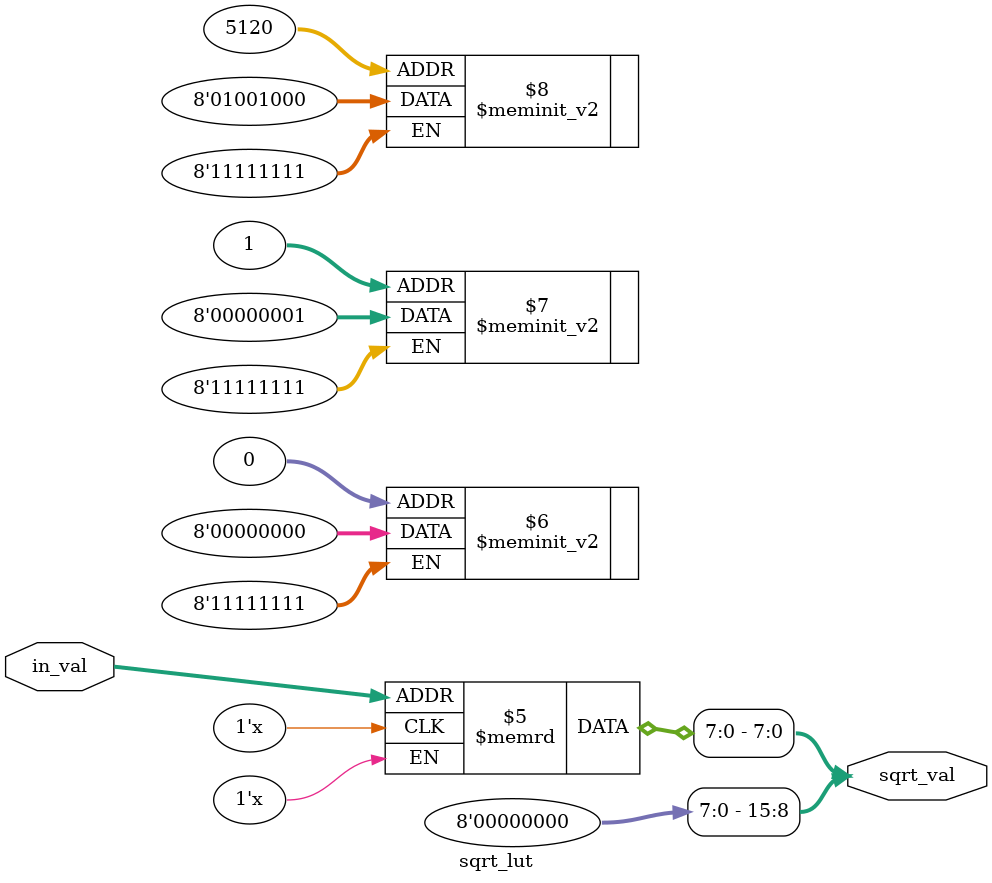
<source format=sv>
`timescale 1ns / 1ps


module sqrt_lut(
        input logic [31:0] in_val,
        output logic [15:0] sqrt_val
    );
    //defining the lookup table, size has not been calculated yet
      
    logic [7:0] lut_sqrt [0:5120];
    
    initial begin 
        // need to list down all the posible vlue of r_sqar 
        // and it's square root 
        lut_sqrt[0]= 0;
        lut_sqrt[1]= 1;
        // need to fill in other entries in the table 
        lut_sqrt[5120]= 71.55414;      
    end
    
    always_comb begin
        sqrt_val =  lut_sqrt[in_val];
    end
endmodule

</source>
